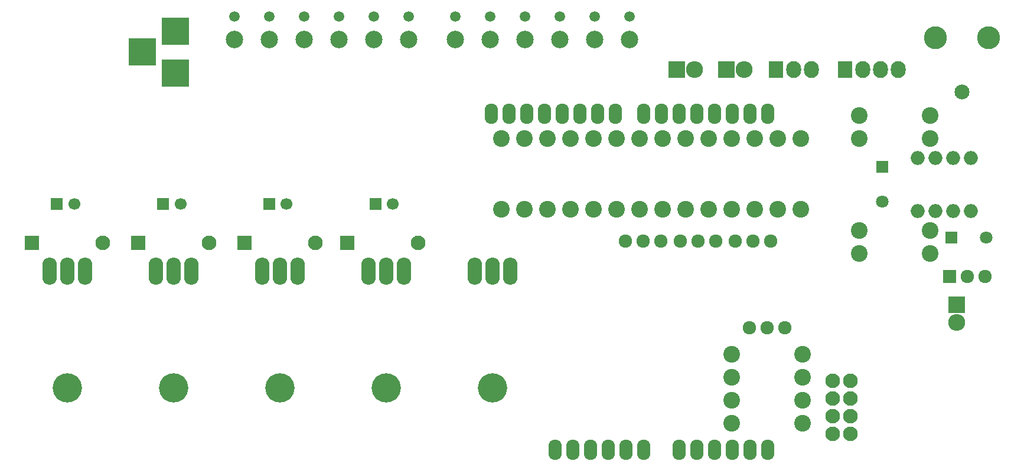
<source format=gbr>
G04 #@! TF.FileFunction,Soldermask,Bot*
%FSLAX46Y46*%
G04 Gerber Fmt 4.6, Leading zero omitted, Abs format (unit mm)*
G04 Created by KiCad (PCBNEW 4.0.2+dfsg1-stable) date Tue 15 May 2018 12:51:25 PM EDT*
%MOMM*%
G01*
G04 APERTURE LIST*
%ADD10C,0.100000*%
%ADD11O,1.924000X2.940000*%
%ADD12C,2.150000*%
%ADD13C,3.300000*%
%ADD14C,2.099260*%
%ADD15R,2.099260X2.099260*%
%ADD16R,1.800000X1.800000*%
%ADD17C,1.800000*%
%ADD18C,1.924000*%
%ADD19C,2.398980*%
%ADD20O,2.000000X2.000000*%
%ADD21C,1.920000*%
%ADD22R,1.920000X1.920000*%
%ADD23R,3.900120X3.900120*%
%ADD24C,2.500000*%
%ADD25C,1.500000*%
%ADD26C,1.700000*%
%ADD27R,1.700000X1.700000*%
%ADD28R,2.432000X2.432000*%
%ADD29O,2.432000X2.432000*%
%ADD30R,2.127200X2.432000*%
%ADD31O,2.127200X2.432000*%
%ADD32O,2.099260X3.900120*%
%ADD33C,4.199840*%
%ADD34C,2.100000*%
G04 APERTURE END LIST*
D10*
D11*
X121285000Y-123190000D03*
X118745000Y-123190000D03*
X116205000Y-123190000D03*
X108585000Y-123190000D03*
X111125000Y-123190000D03*
X113665000Y-123190000D03*
X103505000Y-123190000D03*
X100965000Y-123190000D03*
X98425000Y-123190000D03*
X93345000Y-123190000D03*
X90805000Y-123190000D03*
X121285000Y-74930000D03*
X118745000Y-74930000D03*
X116205000Y-74930000D03*
X113665000Y-74930000D03*
X111125000Y-74930000D03*
X108585000Y-74930000D03*
X106045000Y-74930000D03*
X103505000Y-74930000D03*
X99441000Y-74930000D03*
X96901000Y-74930000D03*
X94361000Y-74930000D03*
X91821000Y-74930000D03*
X89281000Y-74930000D03*
X86741000Y-74930000D03*
X84201000Y-74930000D03*
X81661000Y-74930000D03*
X95885000Y-123190000D03*
D12*
X149098000Y-71808000D03*
D13*
X152898000Y-64008000D03*
X145298000Y-64008000D03*
D14*
X41148000Y-93472000D03*
D15*
X30988000Y-93472000D03*
D16*
X147574000Y-92710000D03*
D17*
X152574000Y-92710000D03*
D16*
X137668000Y-82550000D03*
D17*
X137668000Y-87550000D03*
D14*
X56388520Y-93469460D03*
D15*
X46228520Y-93469460D03*
D14*
X25908000Y-93472000D03*
D15*
X15748000Y-93472000D03*
D18*
X103378000Y-93218000D03*
X105918000Y-93218000D03*
X100838000Y-93218000D03*
X111252000Y-93243400D03*
X113792000Y-93243400D03*
X108712000Y-93243400D03*
X119126000Y-93243400D03*
X121666000Y-93243400D03*
X116586000Y-93243400D03*
X121158000Y-105664000D03*
X123698000Y-105664000D03*
X118618000Y-105664000D03*
D19*
X119380000Y-88646000D03*
X119380000Y-78486000D03*
X122682000Y-88646000D03*
X122682000Y-78486000D03*
X125984000Y-88646000D03*
X125984000Y-78486000D03*
X112776000Y-88646000D03*
X112776000Y-78486000D03*
X109474000Y-88646000D03*
X109474000Y-78486000D03*
X106172000Y-88646000D03*
X106172000Y-78486000D03*
X86360000Y-88646000D03*
X86360000Y-78486000D03*
X144526000Y-75184000D03*
X134366000Y-75184000D03*
X134366000Y-78486000D03*
X144526000Y-78486000D03*
X89662000Y-88646000D03*
X89662000Y-78486000D03*
X92964000Y-88646000D03*
X92964000Y-78486000D03*
X83058000Y-88646000D03*
X83058000Y-78486000D03*
X134366000Y-94996000D03*
X144526000Y-94996000D03*
X144526000Y-91694000D03*
X134366000Y-91694000D03*
D20*
X142748000Y-88900000D03*
X145288000Y-88900000D03*
X147828000Y-88900000D03*
X150368000Y-88900000D03*
X150368000Y-81280000D03*
X147828000Y-81280000D03*
X145288000Y-81280000D03*
X142748000Y-81280000D03*
D21*
X149860000Y-98298000D03*
X152400000Y-98298000D03*
D22*
X147320000Y-98298000D03*
D23*
X36322000Y-69088000D03*
X36322000Y-63088520D03*
X31623000Y-66088260D03*
D24*
X101454000Y-64262000D03*
X96454000Y-64262000D03*
D25*
X101454000Y-60962000D03*
X96454000Y-60962000D03*
D24*
X91454000Y-64262000D03*
X86454000Y-64262000D03*
X81454000Y-64262000D03*
X76454000Y-64262000D03*
D25*
X91454000Y-60962000D03*
X86454000Y-60962000D03*
X81454000Y-60962000D03*
X76454000Y-60962000D03*
D24*
X69784000Y-64262000D03*
X64784000Y-64262000D03*
D25*
X69784000Y-60962000D03*
X64784000Y-60962000D03*
D24*
X59784000Y-64262000D03*
X54784000Y-64262000D03*
X49784000Y-64262000D03*
X44784000Y-64262000D03*
D25*
X59784000Y-60962000D03*
X54784000Y-60962000D03*
X49784000Y-60962000D03*
X44784000Y-60962000D03*
D26*
X52284000Y-87884000D03*
D27*
X49784000Y-87884000D03*
D26*
X37084000Y-87884000D03*
D27*
X34584000Y-87884000D03*
D26*
X21844000Y-87884000D03*
D27*
X19344000Y-87884000D03*
D28*
X115316000Y-68580000D03*
D29*
X117856000Y-68580000D03*
D19*
X116078000Y-78486000D03*
X116078000Y-88646000D03*
X99568000Y-78486000D03*
X99568000Y-88646000D03*
X96266000Y-78486000D03*
X96266000Y-88646000D03*
D30*
X122428000Y-68580000D03*
D31*
X124968000Y-68580000D03*
X127508000Y-68580000D03*
D28*
X108204000Y-68580000D03*
D29*
X110744000Y-68580000D03*
D28*
X148336000Y-102362000D03*
D29*
X148336000Y-104902000D03*
D30*
X132334000Y-68580000D03*
D31*
X134874000Y-68580000D03*
X137414000Y-68580000D03*
X139954000Y-68580000D03*
D32*
X81788000Y-97536000D03*
X84328000Y-97536000D03*
X79248000Y-97536000D03*
D33*
X81788000Y-114300000D03*
D32*
X51308000Y-97536000D03*
X53848000Y-97536000D03*
X48768000Y-97536000D03*
D33*
X51308000Y-114300000D03*
D32*
X36068000Y-97536000D03*
X38608000Y-97536000D03*
X33528000Y-97536000D03*
D33*
X36068000Y-114300000D03*
D32*
X20828000Y-97536000D03*
X23368000Y-97536000D03*
X18288000Y-97536000D03*
D33*
X20828000Y-114300000D03*
D26*
X67524000Y-87884000D03*
D27*
X65024000Y-87884000D03*
D14*
X71120000Y-93472000D03*
D15*
X60960000Y-93472000D03*
D32*
X66548000Y-97536000D03*
X69088000Y-97536000D03*
X64008000Y-97536000D03*
D33*
X66548000Y-114300000D03*
D19*
X102870000Y-88646000D03*
X102870000Y-78486000D03*
X126238000Y-112776000D03*
X116078000Y-112776000D03*
X116078000Y-109474000D03*
X126238000Y-109474000D03*
X126238000Y-119380000D03*
X116078000Y-119380000D03*
X116078000Y-116078000D03*
X126238000Y-116078000D03*
D34*
X133096000Y-113284000D03*
X130556000Y-113284000D03*
X133096000Y-115824000D03*
X130556000Y-115824000D03*
X133096000Y-118364000D03*
X130556000Y-118364000D03*
X133096000Y-120904000D03*
X130556000Y-120904000D03*
M02*

</source>
